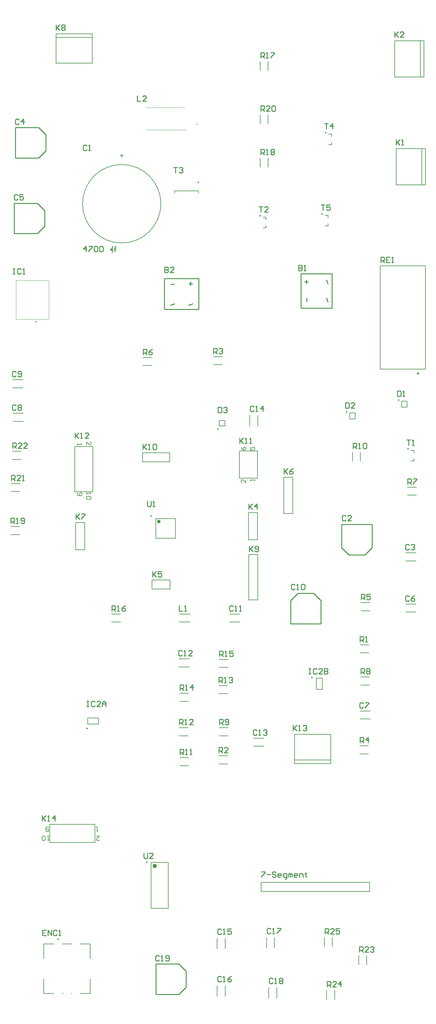
<source format=gto>
G04*
G04 #@! TF.GenerationSoftware,Altium Limited,Altium Designer,23.4.1 (23)*
G04*
G04 Layer_Color=65535*
%FSLAX25Y25*%
%MOIN*%
G70*
G04*
G04 #@! TF.SameCoordinates,4704FA20-ACEE-4373-A647-A7C3691A48C7*
G04*
G04*
G04 #@! TF.FilePolarity,Positive*
G04*
G01*
G75*
%ADD29C,0.01000*%
%ADD49C,0.00787*%
%ADD50C,0.00984*%
%ADD51C,0.01575*%
%ADD52C,0.01181*%
%ADD53C,0.01968*%
%ADD54C,0.00500*%
%ADD55C,0.00394*%
%ADD56C,0.00800*%
%ADD57C,0.02362*%
D29*
X137768Y954732D02*
X145732Y946768D01*
Y938000D02*
Y946768D01*
Y929268D02*
Y938000D01*
X137732Y921268D02*
X145732Y929268D01*
X112268Y921268D02*
X137732D01*
X112268D02*
Y954697D01*
X112232Y954732D02*
X137768D01*
X139079Y1038232D02*
X147043Y1030268D01*
Y1021500D02*
Y1030268D01*
Y1012768D02*
Y1021500D01*
X139043Y1004768D02*
X147043Y1012768D01*
X113579Y1004768D02*
X139043D01*
X113579D02*
Y1038197D01*
X113543Y1038232D02*
X139079D01*
X288803Y837571D02*
X297000D01*
X277993D02*
X284221D01*
X277993D02*
Y856577D01*
X284221Y837571D02*
X288803D01*
X297000D02*
X298969D01*
X277993Y871493D02*
X278327Y871827D01*
X290504D01*
X316007Y856577D02*
Y871827D01*
X303496D02*
X316007D01*
X277993Y856577D02*
Y871493D01*
X316007Y854500D02*
Y856577D01*
Y837571D02*
Y854500D01*
X290504Y871827D02*
X303496D01*
X298969Y837571D02*
X316007D01*
X463429Y849803D02*
Y858000D01*
Y838993D02*
Y845221D01*
X444423Y838993D02*
X463429D01*
Y845221D02*
Y849803D01*
Y858000D02*
Y859969D01*
X429173Y839327D02*
X429507Y838993D01*
X429173Y839327D02*
Y851504D01*
Y877007D02*
X444423D01*
X429173Y864496D02*
Y877007D01*
X429507Y838993D02*
X444423D01*
Y877007D02*
X446500D01*
X463429D01*
X429173Y851504D02*
Y864496D01*
X463429Y859969D02*
Y877007D01*
X499768Y566768D02*
X507732Y574732D01*
X491000Y566768D02*
X499768D01*
X482268D02*
X491000D01*
X474268Y574768D02*
X482268Y566768D01*
X474268Y574768D02*
Y600232D01*
X507697D01*
X507732Y574732D02*
Y600268D01*
X417768Y516268D02*
X425732Y524232D01*
X434500D01*
X443232D01*
X451232Y516232D01*
Y490768D02*
Y516232D01*
X417803Y490768D02*
X451232D01*
X417768Y490732D02*
Y516268D01*
X285000Y842000D02*
X286000Y843000D01*
X287999D01*
X288999Y843999D01*
X305000Y842000D02*
X306000Y843000D01*
X307999D01*
X308999Y843999D01*
X285000Y865500D02*
X288999D01*
X305000Y865999D02*
X308999D01*
X306999Y867999D02*
Y864000D01*
X459000Y846000D02*
X458000Y847000D01*
Y848999D01*
X457001Y849999D01*
X459000Y866000D02*
X458000Y867000D01*
Y868999D01*
X457001Y869999D01*
X435500Y846000D02*
Y849999D01*
X435001Y866000D02*
Y869999D01*
X433001Y867999D02*
X437000D01*
X259600Y625898D02*
Y620900D01*
X260600Y619900D01*
X262599D01*
X263599Y620900D01*
Y625898D01*
X265598Y619900D02*
X267597D01*
X266598D01*
Y625898D01*
X265598Y624898D01*
X451300Y952998D02*
X455299D01*
X453299D01*
Y947000D01*
X461297Y952998D02*
X457298D01*
Y949999D01*
X459297Y950999D01*
X460297D01*
X461297Y949999D01*
Y948000D01*
X460297Y947000D01*
X458298D01*
X457298Y948000D01*
X455200Y1042698D02*
X459199D01*
X457199D01*
Y1036700D01*
X464197D02*
Y1042698D01*
X461198Y1039699D01*
X465197D01*
X288300Y994398D02*
X292299D01*
X290299D01*
Y988400D01*
X294298Y993398D02*
X295298Y994398D01*
X297297D01*
X298297Y993398D01*
Y992399D01*
X297297Y991399D01*
X296297D01*
X297297D01*
X298297Y990399D01*
Y989400D01*
X297297Y988400D01*
X295298D01*
X294298Y989400D01*
X382800Y950998D02*
X386799D01*
X384799D01*
Y945000D01*
X392797D02*
X388798D01*
X392797Y948999D01*
Y949998D01*
X391797Y950998D01*
X389798D01*
X388798Y949998D01*
X546200Y693698D02*
X550199D01*
X548199D01*
Y687700D01*
X552198D02*
X554197D01*
X553198D01*
Y693698D01*
X552198Y692698D01*
X517300Y889400D02*
Y895398D01*
X520299D01*
X521299Y894398D01*
Y892399D01*
X520299Y891399D01*
X517300D01*
X519299D02*
X521299Y889400D01*
X527297Y895398D02*
X523298D01*
Y889400D01*
X527297D01*
X523298Y892399D02*
X525297D01*
X529296Y889400D02*
X531295D01*
X530296D01*
Y895398D01*
X529296Y894398D01*
X110300Y684300D02*
Y690298D01*
X113299D01*
X114299Y689298D01*
Y687299D01*
X113299Y686299D01*
X110300D01*
X112299D02*
X114299Y684300D01*
X120297D02*
X116298D01*
X120297Y688299D01*
Y689298D01*
X119297Y690298D01*
X117298D01*
X116298Y689298D01*
X126295Y684300D02*
X122296D01*
X126295Y688299D01*
Y689298D01*
X125295Y690298D01*
X123296D01*
X122296Y689298D01*
X109000Y648800D02*
Y654798D01*
X111999D01*
X112999Y653798D01*
Y651799D01*
X111999Y650799D01*
X109000D01*
X110999D02*
X112999Y648800D01*
X118997D02*
X114998D01*
X118997Y652799D01*
Y653798D01*
X117997Y654798D01*
X115998D01*
X114998Y653798D01*
X120996Y648800D02*
X122995D01*
X121996D01*
Y654798D01*
X120996Y653798D01*
X384700Y1056200D02*
Y1062198D01*
X387699D01*
X388699Y1061198D01*
Y1059199D01*
X387699Y1058199D01*
X384700D01*
X386699D02*
X388699Y1056200D01*
X394697D02*
X390698D01*
X394697Y1060199D01*
Y1061198D01*
X393697Y1062198D01*
X391698D01*
X390698Y1061198D01*
X396696D02*
X397696Y1062198D01*
X399695D01*
X400695Y1061198D01*
Y1057200D01*
X399695Y1056200D01*
X397696D01*
X396696Y1057200D01*
Y1061198D01*
X108500Y601300D02*
Y607298D01*
X111499D01*
X112499Y606298D01*
Y604299D01*
X111499Y603299D01*
X108500D01*
X110499D02*
X112499Y601300D01*
X114498D02*
X116497D01*
X115498D01*
Y607298D01*
X114498Y606298D01*
X119496Y602300D02*
X120496Y601300D01*
X122495D01*
X123495Y602300D01*
Y606298D01*
X122495Y607298D01*
X120496D01*
X119496Y606298D01*
Y605299D01*
X120496Y604299D01*
X123495D01*
X384700Y1008500D02*
Y1014498D01*
X387699D01*
X388699Y1013498D01*
Y1011499D01*
X387699Y1010499D01*
X384700D01*
X386699D02*
X388699Y1008500D01*
X390698D02*
X392697D01*
X391698D01*
Y1014498D01*
X390698Y1013498D01*
X395696D02*
X396696Y1014498D01*
X398695D01*
X399695Y1013498D01*
Y1012499D01*
X398695Y1011499D01*
X399695Y1010499D01*
Y1009500D01*
X398695Y1008500D01*
X396696D01*
X395696Y1009500D01*
Y1010499D01*
X396696Y1011499D01*
X395696Y1012499D01*
Y1013498D01*
X396696Y1011499D02*
X398695D01*
X384700Y1115000D02*
Y1120998D01*
X387699D01*
X388699Y1119998D01*
Y1117999D01*
X387699Y1116999D01*
X384700D01*
X386699D02*
X388699Y1115000D01*
X390698D02*
X392697D01*
X391698D01*
Y1120998D01*
X390698Y1119998D01*
X395696Y1120998D02*
X399695D01*
Y1119998D01*
X395696Y1116000D01*
Y1115000D01*
X220000Y504800D02*
Y510798D01*
X222999D01*
X223999Y509798D01*
Y507799D01*
X222999Y506799D01*
X220000D01*
X221999D02*
X223999Y504800D01*
X225998D02*
X227997D01*
X226998D01*
Y510798D01*
X225998Y509798D01*
X234995Y510798D02*
X232996Y509798D01*
X230996Y507799D01*
Y505800D01*
X231996Y504800D01*
X233996D01*
X234995Y505800D01*
Y506799D01*
X233996Y507799D01*
X230996D01*
X339000Y454800D02*
Y460798D01*
X341999D01*
X342999Y459798D01*
Y457799D01*
X341999Y456799D01*
X339000D01*
X340999D02*
X342999Y454800D01*
X344998D02*
X346997D01*
X345998D01*
Y460798D01*
X344998Y459798D01*
X353995Y460798D02*
X349996D01*
Y457799D01*
X351996Y458799D01*
X352995D01*
X353995Y457799D01*
Y455800D01*
X352995Y454800D01*
X350996D01*
X349996Y455800D01*
X295300Y417300D02*
Y423298D01*
X298299D01*
X299299Y422298D01*
Y420299D01*
X298299Y419299D01*
X295300D01*
X297299D02*
X299299Y417300D01*
X301298D02*
X303297D01*
X302298D01*
Y423298D01*
X301298Y422298D01*
X309296Y417300D02*
Y423298D01*
X306296Y420299D01*
X310295D01*
X338500Y425800D02*
Y431798D01*
X341499D01*
X342499Y430798D01*
Y428799D01*
X341499Y427799D01*
X338500D01*
X340499D02*
X342499Y425800D01*
X344498D02*
X346497D01*
X345498D01*
Y431798D01*
X344498Y430798D01*
X349496D02*
X350496Y431798D01*
X352496D01*
X353495Y430798D01*
Y429799D01*
X352496Y428799D01*
X351496D01*
X352496D01*
X353495Y427799D01*
Y426800D01*
X352496Y425800D01*
X350496D01*
X349496Y426800D01*
X294800Y379300D02*
Y385298D01*
X297799D01*
X298799Y384298D01*
Y382299D01*
X297799Y381299D01*
X294800D01*
X296799D02*
X298799Y379300D01*
X300798D02*
X302797D01*
X301798D01*
Y385298D01*
X300798Y384298D01*
X309795Y379300D02*
X305796D01*
X309795Y383299D01*
Y384298D01*
X308795Y385298D01*
X306796D01*
X305796Y384298D01*
X295500Y346300D02*
Y352298D01*
X298499D01*
X299499Y351298D01*
Y349299D01*
X298499Y348299D01*
X295500D01*
X297499D02*
X299499Y346300D01*
X301498D02*
X303497D01*
X302498D01*
Y352298D01*
X301498Y351298D01*
X306496Y346300D02*
X308496D01*
X307496D01*
Y352298D01*
X306496Y351298D01*
X486700Y684000D02*
Y689998D01*
X489699D01*
X490699Y688998D01*
Y686999D01*
X489699Y685999D01*
X486700D01*
X488699D02*
X490699Y684000D01*
X492698D02*
X494697D01*
X493698D01*
Y689998D01*
X492698Y688998D01*
X497696D02*
X498696Y689998D01*
X500696D01*
X501695Y688998D01*
Y685000D01*
X500696Y684000D01*
X498696D01*
X497696Y685000D01*
Y688998D01*
X339000Y379300D02*
Y385298D01*
X341999D01*
X342999Y384298D01*
Y382299D01*
X341999Y381299D01*
X339000D01*
X340999D02*
X342999Y379300D01*
X344998Y380300D02*
X345998Y379300D01*
X347997D01*
X348997Y380300D01*
Y384298D01*
X347997Y385298D01*
X345998D01*
X344998Y384298D01*
Y383299D01*
X345998Y382299D01*
X348997D01*
X495300Y435300D02*
Y441298D01*
X498299D01*
X499299Y440298D01*
Y438299D01*
X498299Y437299D01*
X495300D01*
X497299D02*
X499299Y435300D01*
X501298Y440298D02*
X502298Y441298D01*
X504297D01*
X505297Y440298D01*
Y439299D01*
X504297Y438299D01*
X505297Y437299D01*
Y436300D01*
X504297Y435300D01*
X502298D01*
X501298Y436300D01*
Y437299D01*
X502298Y438299D01*
X501298Y439299D01*
Y440298D01*
X502298Y438299D02*
X504297D01*
X547000Y644800D02*
Y650798D01*
X549999D01*
X550999Y649798D01*
Y647799D01*
X549999Y646799D01*
X547000D01*
X548999D02*
X550999Y644800D01*
X552998Y650798D02*
X556997D01*
Y649798D01*
X552998Y645800D01*
Y644800D01*
X254800Y787800D02*
Y793798D01*
X257799D01*
X258799Y792798D01*
Y790799D01*
X257799Y789799D01*
X254800D01*
X256799D02*
X258799Y787800D01*
X264797Y793798D02*
X262797Y792798D01*
X260798Y790799D01*
Y788800D01*
X261798Y787800D01*
X263797D01*
X264797Y788800D01*
Y789799D01*
X263797Y790799D01*
X260798D01*
X495800Y517300D02*
Y523298D01*
X498799D01*
X499799Y522298D01*
Y520299D01*
X498799Y519299D01*
X495800D01*
X497799D02*
X499799Y517300D01*
X505797Y523298D02*
X501798D01*
Y520299D01*
X503797Y521299D01*
X504797D01*
X505797Y520299D01*
Y518300D01*
X504797Y517300D01*
X502798D01*
X501798Y518300D01*
X494300Y359300D02*
Y365298D01*
X497299D01*
X498299Y364298D01*
Y362299D01*
X497299Y361299D01*
X494300D01*
X496299D02*
X498299Y359300D01*
X503297D02*
Y365298D01*
X500298Y362299D01*
X504297D01*
X332500Y788800D02*
Y794798D01*
X335499D01*
X336499Y793798D01*
Y791799D01*
X335499Y790799D01*
X332500D01*
X334499D02*
X336499Y788800D01*
X338498Y793798D02*
X339498Y794798D01*
X341497D01*
X342497Y793798D01*
Y792799D01*
X341497Y791799D01*
X340497D01*
X341497D01*
X342497Y790799D01*
Y789800D01*
X341497Y788800D01*
X339498D01*
X338498Y789800D01*
X338500Y348300D02*
Y354298D01*
X341499D01*
X342499Y353298D01*
Y351299D01*
X341499Y350299D01*
X338500D01*
X340499D02*
X342499Y348300D01*
X348497D02*
X344498D01*
X348497Y352299D01*
Y353298D01*
X347497Y354298D01*
X345498D01*
X344498Y353298D01*
X494500Y470800D02*
Y476798D01*
X497499D01*
X498499Y475798D01*
Y473799D01*
X497499Y472799D01*
X494500D01*
X496499D02*
X498499Y470800D01*
X500498D02*
X502497D01*
X501498D01*
Y476798D01*
X500498Y475798D01*
X248100Y1073498D02*
Y1067500D01*
X252099D01*
X258097D02*
X254098D01*
X258097Y1071499D01*
Y1072498D01*
X257097Y1073498D01*
X255098D01*
X254098Y1072498D01*
X294600Y510798D02*
Y504800D01*
X298599D01*
X300598D02*
X302597D01*
X301598D01*
Y510798D01*
X300598Y509798D01*
X420600Y378698D02*
Y372700D01*
Y374699D01*
X424599Y378698D01*
X421600Y375699D01*
X424599Y372700D01*
X426598D02*
X428597D01*
X427598D01*
Y378698D01*
X426598Y377698D01*
X431596D02*
X432596Y378698D01*
X434595D01*
X435595Y377698D01*
Y376699D01*
X434595Y375699D01*
X433596D01*
X434595D01*
X435595Y374699D01*
Y373700D01*
X434595Y372700D01*
X432596D01*
X431596Y373700D01*
X179600Y701298D02*
Y695300D01*
Y697299D01*
X183599Y701298D01*
X180600Y698299D01*
X183599Y695300D01*
X185598D02*
X187597D01*
X186598D01*
Y701298D01*
X185598Y700298D01*
X194595Y695300D02*
X190596D01*
X194595Y699299D01*
Y700298D01*
X193596Y701298D01*
X191596D01*
X190596Y700298D01*
X361600Y695598D02*
Y689600D01*
Y691599D01*
X365599Y695598D01*
X362600Y692599D01*
X365599Y689600D01*
X367598D02*
X369597D01*
X368598D01*
Y695598D01*
X367598Y694598D01*
X372596Y689600D02*
X374596D01*
X373596D01*
Y695598D01*
X372596Y694598D01*
X254600Y688898D02*
Y682900D01*
Y684899D01*
X258599Y688898D01*
X255600Y685899D01*
X258599Y682900D01*
X260598D02*
X262597D01*
X261598D01*
Y688898D01*
X260598Y687898D01*
X265596D02*
X266596Y688898D01*
X268596D01*
X269595Y687898D01*
Y683900D01*
X268596Y682900D01*
X266596D01*
X265596Y683900D01*
Y687898D01*
X372100Y576398D02*
Y570400D01*
Y572399D01*
X376099Y576398D01*
X373100Y573399D01*
X376099Y570400D01*
X378098Y571400D02*
X379098Y570400D01*
X381097D01*
X382097Y571400D01*
Y575398D01*
X381097Y576398D01*
X379098D01*
X378098Y575398D01*
Y574399D01*
X379098Y573399D01*
X382097D01*
X158400Y1151698D02*
Y1145700D01*
Y1147699D01*
X162399Y1151698D01*
X159400Y1148699D01*
X162399Y1145700D01*
X164398Y1150698D02*
X165398Y1151698D01*
X167397D01*
X168397Y1150698D01*
Y1149699D01*
X167397Y1148699D01*
X168397Y1147699D01*
Y1146700D01*
X167397Y1145700D01*
X165398D01*
X164398Y1146700D01*
Y1147699D01*
X165398Y1148699D01*
X164398Y1149699D01*
Y1150698D01*
X165398Y1148699D02*
X167397D01*
X180600Y611898D02*
Y605900D01*
Y607899D01*
X184599Y611898D01*
X181600Y608899D01*
X184599Y605900D01*
X186598Y611898D02*
X190597D01*
Y610898D01*
X186598Y606900D01*
Y605900D01*
X410600Y661898D02*
Y655900D01*
Y657899D01*
X414599Y661898D01*
X411600Y658899D01*
X414599Y655900D01*
X420597Y661898D02*
X418597Y660898D01*
X416598Y658899D01*
Y656900D01*
X417598Y655900D01*
X419597D01*
X420597Y656900D01*
Y657899D01*
X419597Y658899D01*
X416598D01*
X265100Y548398D02*
Y542400D01*
Y544399D01*
X269099Y548398D01*
X266100Y545399D01*
X269099Y542400D01*
X275097Y548398D02*
X271098D01*
Y545399D01*
X273097Y546399D01*
X274097D01*
X275097Y545399D01*
Y543400D01*
X274097Y542400D01*
X272098D01*
X271098Y543400D01*
X371600Y622898D02*
Y616900D01*
Y618899D01*
X375599Y622898D01*
X372600Y619899D01*
X375599Y616900D01*
X380597D02*
Y622898D01*
X377598Y619899D01*
X381597D01*
X532800Y1144098D02*
Y1138100D01*
Y1140099D01*
X536799Y1144098D01*
X533800Y1141099D01*
X536799Y1138100D01*
X542797D02*
X538798D01*
X542797Y1142099D01*
Y1143098D01*
X541797Y1144098D01*
X539798D01*
X538798Y1143098D01*
X534300Y1025098D02*
Y1019100D01*
Y1021099D01*
X538299Y1025098D01*
X535300Y1022099D01*
X538299Y1019100D01*
X540298D02*
X542297D01*
X541298D01*
Y1025098D01*
X540298Y1024098D01*
X437800Y441398D02*
X439799D01*
X438800D01*
Y435400D01*
X437800D01*
X439799D01*
X446797Y440398D02*
X445797Y441398D01*
X443798D01*
X442798Y440398D01*
Y436400D01*
X443798Y435400D01*
X445797D01*
X446797Y436400D01*
X452795Y435400D02*
X448796D01*
X452795Y439399D01*
Y440398D01*
X451795Y441398D01*
X449796D01*
X448796Y440398D01*
X454795Y441398D02*
Y435400D01*
X457794D01*
X458793Y436400D01*
Y437399D01*
X457794Y438399D01*
X454795D01*
X457794D01*
X458793Y439399D01*
Y440398D01*
X457794Y441398D01*
X454795D01*
X192600Y405198D02*
X194599D01*
X193600D01*
Y399200D01*
X192600D01*
X194599D01*
X201597Y404198D02*
X200597Y405198D01*
X198598D01*
X197598Y404198D01*
Y400200D01*
X198598Y399200D01*
X200597D01*
X201597Y400200D01*
X207595Y399200D02*
X203596D01*
X207595Y403199D01*
Y404198D01*
X206595Y405198D01*
X204596D01*
X203596Y404198D01*
X209594Y399200D02*
Y403199D01*
X211594Y405198D01*
X213593Y403199D01*
Y399200D01*
Y402199D01*
X209594D01*
X110800Y882698D02*
X112799D01*
X111800D01*
Y876700D01*
X110800D01*
X112799D01*
X119797Y881698D02*
X118797Y882698D01*
X116798D01*
X115798Y881698D01*
Y877700D01*
X116798Y876700D01*
X118797D01*
X119797Y877700D01*
X121796Y876700D02*
X123796D01*
X122796D01*
Y882698D01*
X121796Y881698D01*
X337400Y729698D02*
Y723700D01*
X340399D01*
X341399Y724700D01*
Y728698D01*
X340399Y729698D01*
X337400D01*
X343398Y728698D02*
X344398Y729698D01*
X346397D01*
X347397Y728698D01*
Y727699D01*
X346397Y726699D01*
X345397D01*
X346397D01*
X347397Y725699D01*
Y724700D01*
X346397Y723700D01*
X344398D01*
X343398Y724700D01*
X478300Y734598D02*
Y728600D01*
X481299D01*
X482299Y729600D01*
Y733598D01*
X481299Y734598D01*
X478300D01*
X488297Y728600D02*
X484298D01*
X488297Y732599D01*
Y733598D01*
X487297Y734598D01*
X485298D01*
X484298Y733598D01*
X535800Y747598D02*
Y741600D01*
X538799D01*
X539799Y742600D01*
Y746598D01*
X538799Y747598D01*
X535800D01*
X541798Y741600D02*
X543797D01*
X542798D01*
Y747598D01*
X541798Y746598D01*
X377199Y729898D02*
X376199Y730898D01*
X374200D01*
X373200Y729898D01*
Y725900D01*
X374200Y724900D01*
X376199D01*
X377199Y725900D01*
X379198Y724900D02*
X381197D01*
X380198D01*
Y730898D01*
X379198Y729898D01*
X387195Y724900D02*
Y730898D01*
X384196Y727899D01*
X388195D01*
X380599Y372798D02*
X379599Y373798D01*
X377600D01*
X376600Y372798D01*
Y368800D01*
X377600Y367800D01*
X379599D01*
X380599Y368800D01*
X382598Y367800D02*
X384597D01*
X383598D01*
Y373798D01*
X382598Y372798D01*
X387596D02*
X388596Y373798D01*
X390596D01*
X391595Y372798D01*
Y371799D01*
X390596Y370799D01*
X389596D01*
X390596D01*
X391595Y369799D01*
Y368800D01*
X390596Y367800D01*
X388596D01*
X387596Y368800D01*
X297899Y460298D02*
X296899Y461298D01*
X294900D01*
X293900Y460298D01*
Y456300D01*
X294900Y455300D01*
X296899D01*
X297899Y456300D01*
X299898Y455300D02*
X301897D01*
X300898D01*
Y461298D01*
X299898Y460298D01*
X308895Y455300D02*
X304896D01*
X308895Y459299D01*
Y460298D01*
X307895Y461298D01*
X305896D01*
X304896Y460298D01*
X354099Y509798D02*
X353099Y510798D01*
X351100D01*
X350100Y509798D01*
Y505800D01*
X351100Y504800D01*
X353099D01*
X354099Y505800D01*
X356098Y504800D02*
X358097D01*
X357098D01*
Y510798D01*
X356098Y509798D01*
X361096Y504800D02*
X363096D01*
X362096D01*
Y510798D01*
X361096Y509798D01*
X422299Y533398D02*
X421299Y534398D01*
X419300D01*
X418300Y533398D01*
Y529400D01*
X419300Y528400D01*
X421299D01*
X422299Y529400D01*
X424298Y528400D02*
X426297D01*
X425298D01*
Y534398D01*
X424298Y533398D01*
X429296D02*
X430296Y534398D01*
X432296D01*
X433295Y533398D01*
Y529400D01*
X432296Y528400D01*
X430296D01*
X429296Y529400D01*
Y533398D01*
X114099Y768298D02*
X113099Y769298D01*
X111100D01*
X110100Y768298D01*
Y764300D01*
X111100Y763300D01*
X113099D01*
X114099Y764300D01*
X116098D02*
X117098Y763300D01*
X119097D01*
X120097Y764300D01*
Y768298D01*
X119097Y769298D01*
X117098D01*
X116098Y768298D01*
Y767299D01*
X117098Y766299D01*
X120097D01*
X114199Y731298D02*
X113199Y732298D01*
X111200D01*
X110200Y731298D01*
Y727300D01*
X111200Y726300D01*
X113199D01*
X114199Y727300D01*
X116198Y731298D02*
X117198Y732298D01*
X119197D01*
X120197Y731298D01*
Y730299D01*
X119197Y729299D01*
X120197Y728299D01*
Y727300D01*
X119197Y726300D01*
X117198D01*
X116198Y727300D01*
Y728299D01*
X117198Y729299D01*
X116198Y730299D01*
Y731298D01*
X117198Y729299D02*
X119197D01*
X498099Y402798D02*
X497099Y403798D01*
X495100D01*
X494100Y402798D01*
Y398800D01*
X495100Y397800D01*
X497099D01*
X498099Y398800D01*
X500098Y403798D02*
X504097D01*
Y402798D01*
X500098Y398800D01*
Y397800D01*
X548699Y520798D02*
X547699Y521798D01*
X545700D01*
X544700Y520798D01*
Y516800D01*
X545700Y515800D01*
X547699D01*
X548699Y516800D01*
X554697Y521798D02*
X552697Y520798D01*
X550698Y518799D01*
Y516800D01*
X551698Y515800D01*
X553697D01*
X554697Y516800D01*
Y517799D01*
X553697Y518799D01*
X550698D01*
X116099Y963198D02*
X115099Y964198D01*
X113100D01*
X112100Y963198D01*
Y959200D01*
X113100Y958200D01*
X115099D01*
X116099Y959200D01*
X122097Y964198D02*
X118098D01*
Y961199D01*
X120097Y962199D01*
X121097D01*
X122097Y961199D01*
Y959200D01*
X121097Y958200D01*
X119098D01*
X118098Y959200D01*
X117399Y1046698D02*
X116399Y1047698D01*
X114400D01*
X113400Y1046698D01*
Y1042700D01*
X114400Y1041700D01*
X116399D01*
X117399Y1042700D01*
X122397Y1041700D02*
Y1047698D01*
X119398Y1044699D01*
X123397D01*
X548699Y577298D02*
X547699Y578298D01*
X545700D01*
X544700Y577298D01*
Y573300D01*
X545700Y572300D01*
X547699D01*
X548699Y573300D01*
X550698Y577298D02*
X551698Y578298D01*
X553697D01*
X554697Y577298D01*
Y576299D01*
X553697Y575299D01*
X552697D01*
X553697D01*
X554697Y574299D01*
Y573300D01*
X553697Y572300D01*
X551698D01*
X550698Y573300D01*
X478799Y609398D02*
X477799Y610398D01*
X475800D01*
X474800Y609398D01*
Y605400D01*
X475800Y604400D01*
X477799D01*
X478799Y605400D01*
X484797Y604400D02*
X480798D01*
X484797Y608399D01*
Y609398D01*
X483797Y610398D01*
X481798D01*
X480798Y609398D01*
X192299Y1017898D02*
X191299Y1018898D01*
X189300D01*
X188300Y1017898D01*
Y1013900D01*
X189300Y1012900D01*
X191299D01*
X192299Y1013900D01*
X194298Y1012900D02*
X196297D01*
X195298D01*
Y1018898D01*
X194298Y1017898D01*
X191299Y901500D02*
Y907498D01*
X188300Y904499D01*
X192299D01*
X194298Y907498D02*
X198297D01*
Y906498D01*
X194298Y902500D01*
Y901500D01*
X200296Y906498D02*
X201296Y907498D01*
X203295D01*
X204295Y906498D01*
Y902500D01*
X203295Y901500D01*
X201296D01*
X200296Y902500D01*
Y906498D01*
X206294D02*
X207294Y907498D01*
X209293D01*
X210293Y906498D01*
Y902500D01*
X209293Y901500D01*
X207294D01*
X206294Y902500D01*
Y906498D01*
X218290Y904499D02*
X220290D01*
X218290Y903499D02*
X220290D01*
Y907498D02*
Y900500D01*
X223289Y901500D02*
Y906498D01*
Y904499D01*
X222289D01*
X224288D01*
X223289D01*
Y906498D01*
X224288Y907498D01*
X278500Y884398D02*
Y878400D01*
X281499D01*
X282499Y879400D01*
Y880399D01*
X281499Y881399D01*
X278500D01*
X281499D01*
X282499Y882399D01*
Y883398D01*
X281499Y884398D01*
X278500D01*
X288497Y878400D02*
X284498D01*
X288497Y882399D01*
Y883398D01*
X287497Y884398D01*
X285498D01*
X284498Y883398D01*
X426600Y886498D02*
Y880500D01*
X429599D01*
X430599Y881500D01*
Y882499D01*
X429599Y883499D01*
X426600D01*
X429599D01*
X430599Y884499D01*
Y885498D01*
X429599Y886498D01*
X426600D01*
X432598Y880500D02*
X434597D01*
X433598D01*
Y886498D01*
X432598Y885498D01*
X268732Y115232D02*
X294268D01*
X268768Y81768D02*
Y115197D01*
Y81768D02*
X294232D01*
X302232Y89768D01*
Y98500D01*
Y107268D01*
X294268Y115232D02*
X302232Y107268D01*
X255400Y237798D02*
Y232800D01*
X256400Y231800D01*
X258399D01*
X259399Y232800D01*
Y237798D01*
X265397Y231800D02*
X261398D01*
X265397Y235799D01*
Y236798D01*
X264397Y237798D01*
X262398D01*
X261398Y236798D01*
X455700Y148500D02*
Y154498D01*
X458699D01*
X459699Y153498D01*
Y151499D01*
X458699Y150499D01*
X455700D01*
X457699D02*
X459699Y148500D01*
X465697D02*
X461698D01*
X465697Y152499D01*
Y153498D01*
X464697Y154498D01*
X462698D01*
X461698Y153498D01*
X471695Y154498D02*
X467696D01*
Y151499D01*
X469696Y152499D01*
X470695D01*
X471695Y151499D01*
Y149500D01*
X470695Y148500D01*
X468696D01*
X467696Y149500D01*
X458200Y90000D02*
Y95998D01*
X461199D01*
X462199Y94998D01*
Y92999D01*
X461199Y91999D01*
X458200D01*
X460199D02*
X462199Y90000D01*
X468197D02*
X464198D01*
X468197Y93999D01*
Y94998D01*
X467197Y95998D01*
X465198D01*
X464198Y94998D01*
X473195Y90000D02*
Y95998D01*
X470196Y92999D01*
X474195D01*
X493700Y128500D02*
Y134498D01*
X496699D01*
X497699Y133498D01*
Y131499D01*
X496699Y130499D01*
X493700D01*
X495699D02*
X497699Y128500D01*
X503697D02*
X499698D01*
X503697Y132499D01*
Y133498D01*
X502697Y134498D01*
X500698D01*
X499698Y133498D01*
X505696D02*
X506696Y134498D01*
X508695D01*
X509695Y133498D01*
Y132499D01*
X508695Y131499D01*
X507695D01*
X508695D01*
X509695Y130499D01*
Y129500D01*
X508695Y128500D01*
X506696D01*
X505696Y129500D01*
X143200Y278898D02*
Y272900D01*
Y274899D01*
X147199Y278898D01*
X144200Y275899D01*
X147199Y272900D01*
X149198D02*
X151197D01*
X150198D01*
Y278898D01*
X149198Y277898D01*
X157195Y272900D02*
Y278898D01*
X154196Y275899D01*
X158195D01*
X147499Y152798D02*
X143500D01*
Y146800D01*
X147499D01*
X143500Y149799D02*
X145499D01*
X149498Y146800D02*
Y152798D01*
X153497Y146800D01*
Y152798D01*
X159495Y151798D02*
X158495Y152798D01*
X156496D01*
X155496Y151798D01*
Y147800D01*
X156496Y146800D01*
X158495D01*
X159495Y147800D01*
X161494Y146800D02*
X163494D01*
X162494D01*
Y152798D01*
X161494Y151798D01*
X272599Y123698D02*
X271599Y124698D01*
X269600D01*
X268600Y123698D01*
Y119700D01*
X269600Y118700D01*
X271599D01*
X272599Y119700D01*
X274598Y118700D02*
X276597D01*
X275598D01*
Y124698D01*
X274598Y123698D01*
X279596Y119700D02*
X280596Y118700D01*
X282595D01*
X283595Y119700D01*
Y123698D01*
X282595Y124698D01*
X280596D01*
X279596Y123698D01*
Y122699D01*
X280596Y121699D01*
X283595D01*
X398199Y98598D02*
X397199Y99598D01*
X395200D01*
X394200Y98598D01*
Y94600D01*
X395200Y93600D01*
X397199D01*
X398199Y94600D01*
X400198Y93600D02*
X402197D01*
X401198D01*
Y99598D01*
X400198Y98598D01*
X405196D02*
X406196Y99598D01*
X408195D01*
X409195Y98598D01*
Y97599D01*
X408195Y96599D01*
X409195Y95599D01*
Y94600D01*
X408195Y93600D01*
X406196D01*
X405196Y94600D01*
Y95599D01*
X406196Y96599D01*
X405196Y97599D01*
Y98598D01*
X406196Y96599D02*
X408195D01*
X395699Y153798D02*
X394699Y154798D01*
X392700D01*
X391700Y153798D01*
Y149800D01*
X392700Y148800D01*
X394699D01*
X395699Y149800D01*
X397698Y148800D02*
X399697D01*
X398698D01*
Y154798D01*
X397698Y153798D01*
X402696Y154798D02*
X406695D01*
Y153798D01*
X402696Y149800D01*
Y148800D01*
X341199Y100598D02*
X340199Y101598D01*
X338200D01*
X337200Y100598D01*
Y96600D01*
X338200Y95600D01*
X340199D01*
X341199Y96600D01*
X343198Y95600D02*
X345197D01*
X344198D01*
Y101598D01*
X343198Y100598D01*
X352195Y101598D02*
X350196Y100598D01*
X348196Y98599D01*
Y96600D01*
X349196Y95600D01*
X351196D01*
X352195Y96600D01*
Y97599D01*
X351196Y98599D01*
X348196D01*
X341199Y153098D02*
X340199Y154098D01*
X338200D01*
X337200Y153098D01*
Y149100D01*
X338200Y148100D01*
X340199D01*
X341199Y149100D01*
X343198Y148100D02*
X345197D01*
X344198D01*
Y154098D01*
X343198Y153098D01*
X352195Y154098D02*
X348196D01*
Y151099D01*
X350196Y152099D01*
X351196D01*
X352195Y151099D01*
Y149100D01*
X351196Y148100D01*
X349196D01*
X348196Y149100D01*
X385600Y216898D02*
X389599D01*
Y215898D01*
X385600Y211900D01*
Y210900D01*
X391598Y213899D02*
X395597D01*
X401595Y215898D02*
X400595Y216898D01*
X398596D01*
X397596Y215898D01*
Y214899D01*
X398596Y213899D01*
X400595D01*
X401595Y212899D01*
Y211900D01*
X400595Y210900D01*
X398596D01*
X397596Y211900D01*
X406593Y210900D02*
X404594D01*
X403594Y211900D01*
Y213899D01*
X404594Y214899D01*
X406593D01*
X407593Y213899D01*
Y212899D01*
X403594D01*
X411592Y208901D02*
X412591D01*
X413591Y209900D01*
Y214899D01*
X410592D01*
X409592Y213899D01*
Y211900D01*
X410592Y210900D01*
X413591D01*
X415590D02*
Y214899D01*
X416590D01*
X417590Y213899D01*
Y210900D01*
Y213899D01*
X418589Y214899D01*
X419589Y213899D01*
Y210900D01*
X424587D02*
X422588D01*
X421588Y211900D01*
Y213899D01*
X422588Y214899D01*
X424587D01*
X425587Y213899D01*
Y212899D01*
X421588D01*
X427586Y210900D02*
Y214899D01*
X430585D01*
X431585Y213899D01*
Y210900D01*
X434584Y215898D02*
Y214899D01*
X433584D01*
X435584D01*
X434584D01*
Y211900D01*
X435584Y210900D01*
D49*
X274307Y954185D02*
G03*
X274307Y954185I-43307J0D01*
G01*
X313965Y1042095D02*
G03*
X313965Y1041307I0J-394D01*
G01*
D02*
G03*
X313965Y1042095I0J394D01*
G01*
X231000Y1005492D02*
Y1009492D01*
X229000Y1007492D02*
X233000D01*
X550787Y681988D02*
X553996D01*
Y679390D02*
Y681988D01*
X550787Y670492D02*
X553996D01*
Y673091D01*
X516736Y771669D02*
Y885842D01*
X566736D01*
Y771669D02*
Y885842D01*
X516736Y771669D02*
X566736D01*
X486071Y670326D02*
Y680192D01*
X494929Y670326D02*
Y680192D01*
X546826Y641429D02*
X556692D01*
X546826Y632571D02*
X556692D01*
X254567Y784429D02*
X264433D01*
X254567Y775571D02*
X264433D01*
X332308Y785429D02*
X342174D01*
X332308Y776571D02*
X342174D01*
X482992Y716752D02*
Y723248D01*
Y716752D02*
X489134D01*
Y723248D01*
X482992D02*
X489134D01*
X540429Y729752D02*
Y736248D01*
Y729752D02*
X546571D01*
Y736248D01*
X540429D02*
X546571D01*
X338326Y413571D02*
X348192D01*
X338326Y422429D02*
X348192D01*
X338826Y451429D02*
X348692D01*
X338826Y442571D02*
X348692D01*
X295067Y413929D02*
X304933D01*
X295067Y405071D02*
X304933D01*
X294567Y375929D02*
X304433D01*
X294567Y367071D02*
X304433D01*
X295326Y334071D02*
X305192D01*
X295326Y342929D02*
X305192D01*
X338808Y375929D02*
X348674D01*
X338808Y367071D02*
X348674D01*
X495067Y423071D02*
X504933D01*
X495067Y431929D02*
X504933D01*
X495567Y513929D02*
X505433D01*
X495567Y505071D02*
X505433D01*
X494067Y355929D02*
X503933D01*
X494067Y347071D02*
X503933D01*
X338308Y336071D02*
X348174D01*
X338308Y344929D02*
X348174D01*
X494308Y458571D02*
X504174D01*
X494308Y467429D02*
X504174D01*
X446154Y418398D02*
X452846D01*
X446154Y430602D02*
X452846D01*
Y418398D02*
Y430602D01*
X446154Y418398D02*
Y430602D01*
X205602Y380154D02*
Y386846D01*
X193398Y380154D02*
Y386846D01*
X205602D01*
X193398Y380154D02*
X205602D01*
X376932Y355559D02*
X388373D01*
X376932Y364441D02*
X388373D01*
X294279Y443059D02*
X305721D01*
X294279Y451941D02*
X305721D01*
X494432Y385559D02*
X505873D01*
X494432Y394441D02*
X505873D01*
X545127Y503559D02*
X556568D01*
X545127Y512441D02*
X556568D01*
X545127Y560059D02*
X556568D01*
X545127Y568941D02*
X556568D01*
X268673Y585173D02*
Y606827D01*
Y585173D02*
X290327D01*
Y606827D01*
X268673D02*
X290327D01*
X110067Y672071D02*
X119933D01*
X110067Y680929D02*
X119933D01*
X108826Y636571D02*
X118692D01*
X108826Y645429D02*
X118692D01*
X108326Y597929D02*
X118192D01*
X108326Y589071D02*
X118192D01*
X219826Y501429D02*
X229692D01*
X219826Y492571D02*
X229692D01*
X294932Y501441D02*
X306373D01*
X294932Y492559D02*
X306373D01*
X179000Y636500D02*
X199000D01*
X179000Y686500D02*
X199000D01*
Y636500D02*
Y686500D01*
X179000Y636500D02*
Y686500D01*
X381000Y662333D02*
Y681500D01*
Y651500D02*
Y681500D01*
X361000Y651500D02*
Y681500D01*
Y651500D02*
X381000D01*
X361000Y681500D02*
X381000D01*
X284000Y669500D02*
Y679500D01*
X254000Y669500D02*
X284000D01*
X254000D02*
Y679500D01*
X284000D01*
X371500Y567000D02*
X381500D01*
Y517000D02*
Y567000D01*
X371500Y517000D02*
Y567000D01*
Y517000D02*
X381500D01*
X180000Y572500D02*
X190000D01*
X180000D02*
Y602500D01*
X190000D01*
Y572500D02*
Y602500D01*
X410000Y652500D02*
X420000D01*
Y612500D02*
Y652500D01*
X410000Y612500D02*
Y652500D01*
Y612500D02*
X420000D01*
X264500Y539000D02*
X284500D01*
X264500Y529000D02*
Y539000D01*
Y529000D02*
X284500D01*
Y539000D01*
X371000Y583500D02*
X381000D01*
X371000D02*
Y613500D01*
X381000D01*
Y583500D02*
Y613500D01*
X338752Y708929D02*
X345248D01*
Y715071D01*
X338752D02*
X345248D01*
X338752Y708929D02*
Y715071D01*
X372559Y709127D02*
Y720568D01*
X381441Y709127D02*
Y720568D01*
X350432Y492559D02*
X361873D01*
X350432Y501441D02*
X361873D01*
X110432Y751059D02*
X121873D01*
X110432Y759941D02*
X121873D01*
X110627Y714059D02*
X122068D01*
X110627Y722941D02*
X122068D01*
X390559Y927752D02*
Y930350D01*
X387350Y927752D02*
X390559D01*
Y936650D02*
Y939248D01*
X387350D02*
X390559D01*
X384071Y1101326D02*
Y1111192D01*
X392929Y1101326D02*
Y1111192D01*
Y994808D02*
Y1004674D01*
X384071Y994808D02*
Y1004674D01*
X289311Y966157D02*
Y968520D01*
X315689D01*
Y966157D02*
Y968520D01*
X462996Y1019512D02*
Y1022110D01*
X459787Y1019512D02*
X462996D01*
Y1028409D02*
Y1031008D01*
X459787D02*
X462996D01*
X459059Y929752D02*
Y932350D01*
X455850Y929752D02*
X459059D01*
Y938650D02*
Y941248D01*
X455850D02*
X459059D01*
X384071Y1042567D02*
Y1052433D01*
X392929Y1042567D02*
Y1052433D01*
X336559Y132279D02*
Y143721D01*
X345441Y132279D02*
Y143721D01*
X263551Y176606D02*
Y227394D01*
X282449Y176606D02*
Y227394D01*
X263551D02*
X282449D01*
X263551Y176606D02*
X282449D01*
X392500Y205500D02*
X505000D01*
X385000D02*
X392500D01*
X385000Y195500D02*
Y205500D01*
Y195500D02*
X505000D01*
Y205500D01*
X501929Y114808D02*
Y124674D01*
X493071Y114808D02*
Y124674D01*
X466429Y76326D02*
Y86192D01*
X457571Y76326D02*
Y86192D01*
X463929Y134808D02*
Y144674D01*
X455071Y134808D02*
Y144674D01*
X402441Y77779D02*
Y89221D01*
X393559Y77779D02*
Y89221D01*
X391059Y132932D02*
Y144374D01*
X399941Y132932D02*
Y144374D01*
X336559Y79779D02*
Y91221D01*
X345441Y79779D02*
Y91221D01*
X151500Y269500D02*
X201500D01*
X151500Y249500D02*
X201500D01*
Y269500D01*
X151500Y249500D02*
Y269500D01*
X144909Y137362D02*
X156130D01*
X165185D02*
X175815D01*
X184870D02*
X196091D01*
Y82638D02*
Y98681D01*
Y121319D02*
Y137362D01*
X144909Y82638D02*
X156130D01*
X165185D02*
X165972D01*
X175028D02*
X175815D01*
X184870D02*
X196091D01*
X144909D02*
Y98681D01*
Y121319D02*
Y137362D01*
D50*
X547992Y683720D02*
G03*
X547992Y683720I-492J0D01*
G01*
X480118Y724567D02*
G03*
X480118Y724567I-492J0D01*
G01*
X537555Y737567D02*
G03*
X537555Y737567I-492J0D01*
G01*
X441724Y431390D02*
G03*
X441724Y431390I-492J0D01*
G01*
X193102Y375232D02*
G03*
X193102Y375232I-492J0D01*
G01*
X263750Y609622D02*
G03*
X263750Y609622I-492J0D01*
G01*
X337925Y705563D02*
G03*
X337925Y705563I-492J0D01*
G01*
X384555Y940980D02*
G03*
X384555Y940980I-492J0D01*
G01*
X316102Y977772D02*
G03*
X316102Y977772I-492J0D01*
G01*
X456992Y1032740D02*
G03*
X456992Y1032740I-492J0D01*
G01*
X453055Y942980D02*
G03*
X453055Y942980I-492J0D01*
G01*
X259221Y227847D02*
G03*
X259221Y227847I-492J0D01*
G01*
X161150Y142776D02*
G03*
X161150Y142776I-492J0D01*
G01*
D51*
X558948Y766957D02*
G03*
X558948Y766957I-495J0D01*
G01*
D52*
X136000Y824142D02*
G03*
X136000Y823748I0J-197D01*
G01*
D02*
G03*
X136000Y824142I0J197D01*
G01*
D53*
X273004Y603480D02*
G03*
X273004Y603480I-984J0D01*
G01*
D54*
X561205Y1094000D02*
Y1134000D01*
X532858Y1094000D02*
X561205D01*
X565142D01*
Y1134000D01*
X561205D02*
X565142D01*
X532858D02*
X561205D01*
X532858Y1094000D02*
Y1134000D01*
X562705Y975000D02*
Y1015000D01*
X534358Y975000D02*
X562705D01*
X566642D01*
Y1015000D01*
X562705D02*
X566642D01*
X534358D02*
X562705D01*
X534358Y975000D02*
Y1015000D01*
X422000Y340295D02*
X462000D01*
X422000D02*
Y368642D01*
Y336358D02*
Y340295D01*
Y336358D02*
X462000D01*
Y340295D01*
Y368642D01*
X422000D02*
X462000D01*
X158500Y1109358D02*
X198500D01*
X158500D02*
Y1137705D01*
Y1141642D01*
X198500D01*
Y1137705D02*
Y1141642D01*
Y1109358D02*
Y1137705D01*
X158500D02*
X198500D01*
D55*
X113953Y826701D02*
Y869614D01*
X150567D01*
Y826701D02*
Y869614D01*
X113953Y826701D02*
X150567D01*
X258098Y1035598D02*
X302902D01*
X258098Y1060402D02*
X300500D01*
D56*
X192000Y688168D02*
Y691500D01*
X195332Y688168D01*
X196165D01*
X196998Y689001D01*
Y690667D01*
X196165Y691500D01*
X182000Y689500D02*
Y687834D01*
Y688667D01*
X186998D01*
X186165Y689500D01*
X182833Y635500D02*
X182000Y634667D01*
Y633001D01*
X182833Y632168D01*
X186165D01*
X186998Y633001D01*
Y634667D01*
X186165Y635500D01*
X185332D01*
X184499Y634667D01*
Y632168D01*
X192000Y635500D02*
Y633834D01*
Y634667D01*
X196998D01*
X196165Y635500D01*
Y631335D02*
X196998Y630502D01*
Y628835D01*
X196165Y628002D01*
X192833D01*
X192000Y628835D01*
Y630502D01*
X192833Y631335D01*
X196165D01*
X378000Y648500D02*
Y650166D01*
Y649333D01*
X373002D01*
X373835Y648500D01*
X368000Y649832D02*
Y646500D01*
X364668Y649832D01*
X363835D01*
X363002Y648999D01*
Y647333D01*
X363835Y646500D01*
X373002Y685832D02*
Y682500D01*
X375501D01*
X374668Y684166D01*
Y684999D01*
X375501Y685832D01*
X377167D01*
X378000Y684999D01*
Y683333D01*
X377167Y682500D01*
X363002Y685832D02*
X363835Y684166D01*
X365501Y682500D01*
X367167D01*
X368000Y683333D01*
Y684999D01*
X367167Y685832D01*
X366334D01*
X365501Y684999D01*
Y682500D01*
X150500Y256500D02*
X148834D01*
X149667D01*
Y251502D01*
X150500Y252335D01*
X146335D02*
X145502Y251502D01*
X143835D01*
X143002Y252335D01*
Y255667D01*
X143835Y256500D01*
X145502D01*
X146335Y255667D01*
Y252335D01*
X150500Y265667D02*
X149667Y266500D01*
X148001D01*
X147168Y265667D01*
Y262335D01*
X148001Y261502D01*
X149667D01*
X150500Y262335D01*
Y263168D01*
X149667Y264001D01*
X147168D01*
X204500Y266500D02*
X202834D01*
X203667D01*
Y261502D01*
X204500Y262335D01*
X203168Y256500D02*
X206500D01*
X203168Y253168D01*
Y252335D01*
X204001Y251502D01*
X205667D01*
X206500Y252335D01*
D57*
X268669Y223457D02*
G03*
X268669Y223457I-1181J0D01*
G01*
M02*

</source>
